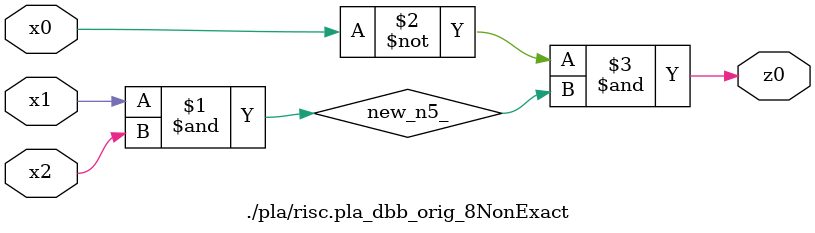
<source format=v>

module \./pla/risc.pla_dbb_orig_8NonExact  ( 
    x0, x1, x2,
    z0  );
  input  x0, x1, x2;
  output z0;
  wire new_n5_;
  assign new_n5_ = x1 & x2;
  assign z0 = ~x0 & new_n5_;
endmodule



</source>
